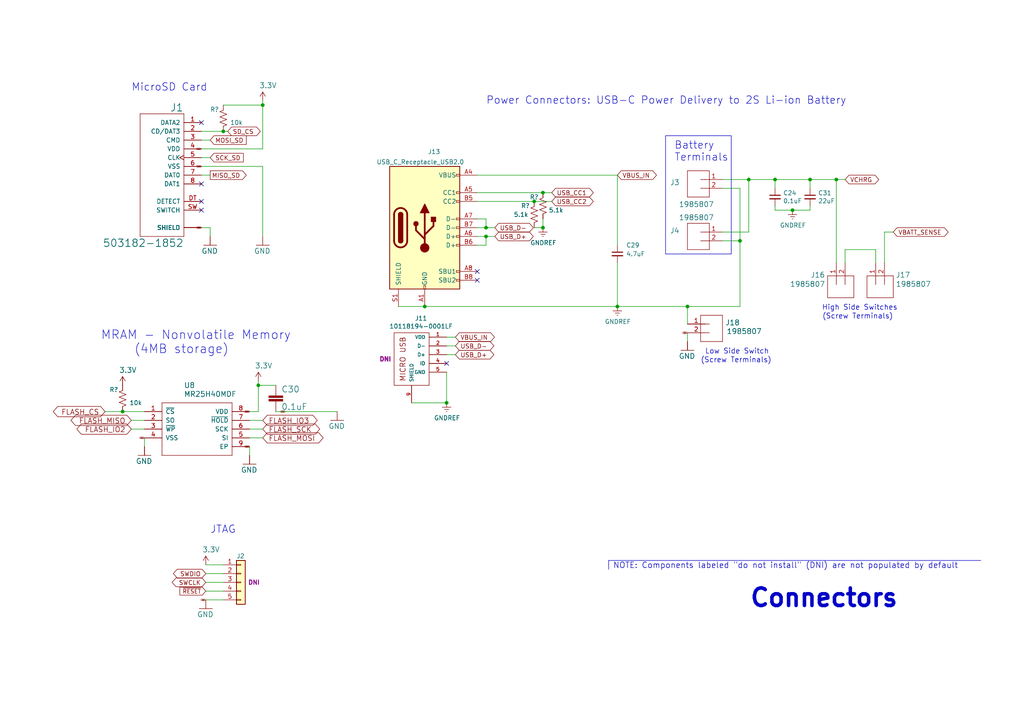
<source format=kicad_sch>
(kicad_sch (version 20230121) (generator eeschema)
  (paper "A4")
  (title_block (title "PyCubed Mainboard") (date "2021-06-09") (rev "v05c") (company "Max Holliday"))
  (lib_symbols
    (symbol "Connector:USB_C_Receptacle_USB2.0" (pin_names (offset 1.016))
      (property "Reference" "J" (at -10.16 19.05 0))
      (property "Value" "USB_C_Receptacle_USB2.0" (at 19.05 19.05 0))
      (symbol "USB_C_Receptacle_USB2.0_0_0"
        (rectangle (start -0.254 -17.78) (end 0.254 -16.764))
        (rectangle (start 10.16 -14.986) (end 9.144 -15.494))
        (rectangle (start 10.16 -12.446) (end 9.144 -12.954))
        (rectangle (start 10.16 -4.826) (end 9.144 -5.334))
        (rectangle (start 10.16 -2.286) (end 9.144 -2.794))
        (rectangle (start 10.16 0.254) (end 9.144 -0.254))
        (rectangle (start 10.16 2.794) (end 9.144 2.286))
        (rectangle (start 10.16 7.874) (end 9.144 7.366))
        (rectangle (start 10.16 10.414) (end 9.144 9.906))
        (rectangle (start 10.16 15.494) (end 9.144 14.986))
      )
      (symbol "USB_C_Receptacle_USB2.0_0_1"
        (rectangle (start -10.16 17.78) (end 10.16 -17.78) (stroke (width 0.254)) (fill (type background)))
        (arc (start -8.89 -3.81) (mid -6.985 -5.7067) (end -5.08 -3.81) (stroke (width 0.508)))
        (arc (start -7.62 -3.81) (mid -6.985 -4.4423) (end -6.35 -3.81) (stroke (width 0.254)))
        (arc (start -7.62 -3.81) (mid -6.985 -4.4423) (end -6.35 -3.81) (stroke (width 0.254)) (fill (type outline)))
        (rectangle (start -7.62 -3.81) (end -6.35 3.81) (stroke (width 0.254)) (fill (type outline)))
        (arc (start -6.35 3.81) (mid -6.985 4.4423) (end -7.62 3.81) (stroke (width 0.254)))
        (arc (start -6.35 3.81) (mid -6.985 4.4423) (end -7.62 3.81) (stroke (width 0.254)) (fill (type outline)))
        (arc (start -5.08 3.81) (mid -6.985 5.7067) (end -8.89 3.81) (stroke (width 0.508)))
        (circle (center -2.54 1.143) (radius 0.635) (stroke (width 0.254)) (fill (type outline)))
        (circle (center 0 -5.842) (radius 1.27) (fill (type outline)))
        (polyline (pts (xy -8.89 -3.81) (xy -8.89 3.81)) (stroke (width 0.508)))
        (polyline (pts (xy -5.08 3.81) (xy -5.08 -3.81)) (stroke (width 0.508)))
        (polyline (pts (xy 0 -5.842) (xy 0 4.318)) (stroke (width 0.508)))
        (polyline (pts (xy 0 -3.302) (xy -2.54 -0.762) (xy -2.54 0.508)) (stroke (width 0.508)))
        (polyline (pts (xy 0 -2.032) (xy 2.54 0.508) (xy 2.54 1.778)) (stroke (width 0.508)))
        (polyline (pts (xy -1.27 4.318) (xy 0 6.858) (xy 1.27 4.318) (xy -1.27 4.318)) (stroke (width 0.254)) (fill (type outline)))
        (rectangle (start 1.905 1.778) (end 3.175 3.048) (stroke (width 0.254)) (fill (type outline)))
      )
      (symbol "USB_C_Receptacle_USB2.0_1_1"
        (pin passive line (at 0 -22.86 90) (length 5.08) (name "GND") (number "A1"))
        (pin passive line (at 0 -22.86 90) (length 5.08) hide (name "GND") (number "A12"))
        (pin passive line (at 15.24 15.24 180) (length 5.08) (name "VBUS") (number "A4"))
        (pin bidirectional line (at 15.24 10.16 180) (length 5.08) (name "CC1") (number "A5"))
        (pin bidirectional line (at 15.24 -2.54 180) (length 5.08) (name "D+") (number "A6"))
        (pin bidirectional line (at 15.24 2.54 180) (length 5.08) (name "D-") (number "A7"))
        (pin bidirectional line (at 15.24 -12.7 180) (length 5.08) (name "SBU1") (number "A8"))
        (pin passive line (at 15.24 15.24 180) (length 5.08) hide (name "VBUS") (number "A9"))
        (pin passive line (at 0 -22.86 90) (length 5.08) hide (name "GND") (number "B1"))
        (pin passive line (at 0 -22.86 90) (length 5.08) hide (name "GND") (number "B12"))
        (pin passive line (at 15.24 15.24 180) (length 5.08) hide (name "VBUS") (number "B4"))
        (pin bidirectional line (at 15.24 7.62 180) (length 5.08) (name "CC2") (number "B5"))
        (pin bidirectional line (at 15.24 -5.08 180) (length 5.08) (name "D+") (number "B6"))
        (pin bidirectional line (at 15.24 0 180) (length 5.08) (name "D-") (number "B7"))
        (pin bidirectional line (at 15.24 -15.24 180) (length 5.08) (name "SBU2") (number "B8"))
        (pin passive line (at 15.24 15.24 180) (length 5.08) hide (name "VBUS") (number "B9"))
        (pin passive line (at -7.62 -22.86 90) (length 5.08) (name "SHIELD") (number "S1"))
      )
    )
    (symbol "Connector_Generic:Conn_01x05" (pin_names (offset 1.016) hide)
      (property "Reference" "J" (at 0 7.62 0))
      (property "Value" "Conn_01x05" (at 0 -7.62 0))
      (symbol "Conn_01x05_1_1"
        (rectangle (start -1.27 -4.953) (end 0 -5.207) (stroke (width 0.1524)))
        (rectangle (start -1.27 -2.413) (end 0 -2.667) (stroke (width 0.1524)))
        (rectangle (start -1.27 0.127) (end 0 -0.127) (stroke (width 0.1524)))
        (rectangle (start -1.27 2.667) (end 0 2.413) (stroke (width 0.1524)))
        (rectangle (start -1.27 5.207) (end 0 4.953) (stroke (width 0.1524)))
        (rectangle (start -1.27 6.35) (end 1.27 -6.35) (stroke (width 0.254)) (fill (type background)))
        (pin passive line (at -5.08 5.08 0) (length 3.81) (name "Pin_1") (number "1"))
        (pin passive line (at -5.08 2.54 0) (length 3.81) (name "Pin_2") (number "2"))
        (pin passive line (at -5.08 0 0) (length 3.81) (name "Pin_3") (number "3"))
        (pin passive line (at -5.08 -2.54 0) (length 3.81) (name "Pin_4") (number "4"))
        (pin passive line (at -5.08 -5.08 0) (length 3.81) (name "Pin_5") (number "5"))
      )
    )
    (symbol "Device:C_Small" (pin_numbers hide) (pin_names (offset 0.254) hide)
      (property "Reference" "C" (at 0.254 1.778 0))
      (property "Value" "C_Small" (at 0.254 -2.032 0))
      (symbol "C_Small_0_1"
        (polyline (pts (xy -1.524 -0.508) (xy 1.524 -0.508)) (stroke (width 0.3302)))
        (polyline (pts (xy -1.524 0.508) (xy 1.524 0.508)) (stroke (width 0.3048)))
      )
      (symbol "C_Small_1_1"
        (pin passive line (at 0 2.54 270) (length 2.032) (name "~") (number "1"))
        (pin passive line (at 0 -2.54 90) (length 2.032) (name "~") (number "2"))
      )
    )
    (symbol "Device:R_US" (pin_numbers hide) (pin_names (offset 0))
      (property "Reference" "R" (at 2.54 0 90))
      (property "Value" "R_US" (at -2.54 0 90))
      (symbol "R_US_0_1"
        (polyline (pts (xy 0 -2.286) (xy 0 -2.54)))
        (polyline (pts (xy 0 2.286) (xy 0 2.54)))
        (polyline (pts (xy 0 -0.762) (xy 1.016 -1.143) (xy 0 -1.524) (xy -1.016 -1.905) (xy 0 -2.286)))
        (polyline (pts (xy 0 0.762) (xy 1.016 0.381) (xy 0 0) (xy -1.016 -0.381) (xy 0 -0.762)))
        (polyline (pts (xy 0 2.286) (xy 1.016 1.905) (xy 0 1.524) (xy -1.016 1.143) (xy 0 0.762)))
      )
      (symbol "R_US_1_1"
        (pin passive line (at 0 3.81 270) (length 1.27) (name "~") (number "1"))
        (pin passive line (at 0 -3.81 90) (length 1.27) (name "~") (number "2"))
      )
    )
    (symbol "mainboard:10118194-0001LF" (pin_names (offset 1.016))
      (property "Reference" "J" (at -1.27 10.16 0))
      (property "Value" "10118194-0001LF" (at -12.7 7.62 0))
      (symbol "10118194-0001LF_0_0"
        (text "MICRO USB" (at 0 -1.27 900) (effects (font (size 1.524 1.524))))
        (pin power_in line (at -12.7 5.08 0) (length 5.08) (name "VDD") (number "1"))
        (pin bidirectional line (at -12.7 2.54 0) (length 5.08) (name "D-") (number "2"))
        (pin bidirectional line (at -12.7 0 0) (length 5.08) (name "D+") (number "3"))
        (pin passive line (at -12.7 -2.54 0) (length 5.08) (name "ID") (number "4"))
        (pin power_in line (at -12.7 -5.08 0) (length 5.08) (name "GND") (number "5"))
      )
      (symbol "10118194-0001LF_0_1"
        (rectangle (start -7.62 6.35) (end 2.54 -8.89))
      )
      (symbol "10118194-0001LF_1_0"
        (pin power_in line (at -2.54 -13.97 90) (length 5.0038) hide (name "~") (number "8"))
        (pin power_in line (at -2.54 -13.97 90) (length 5.0038) (name "SHIELD") (number "9"))
      )
    )
    (symbol "mainboard:2.2UF-0603-10V-20%" (pin_names (offset 1.016))
      (property "Reference" "C" (at 1.524 2.921 0))
      (property "Value" "2.2UF-0603-10V-20%" (at 1.524 -2.159 0))
      (symbol "2.2UF-0603-10V-20%_1_0"
        (rectangle (start -2.032 0.508) (end 2.032 1.016) (fill (type outline)))
        (rectangle (start -2.032 1.524) (end 2.032 2.032) (fill (type outline)))
        (polyline (pts (xy 0 0) (xy 0 0.508)))
        (polyline (pts (xy 0 2.54) (xy 0 2.032)))
        (pin passive line (at 0 5.08 270) (length 2.54) (name "1") (number "1"))
        (pin passive line (at 0 -2.54 90) (length 2.54) (name "2") (number "2"))
      )
    )
    (symbol "mainboard:3.3V" (power) (pin_names (offset 1.016))
      (property "Value" "3.3V" (at -1.016 3.556 0))
      (symbol "3.3V_1_0"
        (polyline (pts (xy 0 2.54) (xy -0.762 1.27)))
        (polyline (pts (xy 0.762 1.27) (xy 0 2.54)))
        (pin power_in line (at 0 0 90) (length 2.54) (name "3.3V") (number "1"))
      )
    )
    (symbol "mainboard:503182-1852" (pin_names (offset 1.016))
      (property "Reference" "J" (at 0 18.3642 0))
      (property "Value" "503182-1852" (at 0 -20.9042 0))
      (symbol "503182-1852_1_0"
        (polyline (pts (xy 0 -17.78) (xy 12.7 -17.78)))
        (polyline (pts (xy 0 17.78) (xy 0 -17.78)))
        (polyline (pts (xy 12.7 -17.78) (xy 12.7 17.78)))
        (polyline (pts (xy 12.7 17.78) (xy 0 17.78)))
        (pin bidirectional line (at -5.08 15.24 0) (length 5.08) (name "DATA2") (number "1"))
        (pin bidirectional line (at -5.08 12.7 0) (length 5.08) (name "CD/DAT3") (number "2"))
        (pin bidirectional line (at -5.08 10.16 0) (length 5.08) (name "CMD") (number "3"))
        (pin power_in line (at -5.08 7.62 0) (length 5.08) (name "VDD") (number "4"))
        (pin bidirectional clock (at -5.08 5.08 0) (length 5.08) (name "CLK") (number "5"))
        (pin power_in line (at -5.08 2.54 0) (length 5.08) (name "VSS") (number "6"))
        (pin bidirectional line (at -5.08 0 0) (length 5.08) (name "DAT0") (number "7"))
        (pin bidirectional line (at -5.08 -2.54 0) (length 5.08) (name "DAT1") (number "8"))
        (pin bidirectional line (at -5.08 -7.62 0) (length 5.08) (name "DETECT") (number "DT"))
        (pin passive line (at -5.08 -15.24 0) (length 5.08) (name "SHIELD") (number "P1"))
        (pin passive line (at -5.08 -15.24 0) (length 5.08) (name "SHIELD") (number "P2"))
        (pin passive line (at -5.08 -15.24 0) (length 5.08) (name "SHIELD") (number "P3"))
        (pin passive line (at -5.08 -15.24 0) (length 5.08) (name "SHIELD") (number "P4"))
        (pin passive line (at -5.08 -15.24 0) (length 5.08) (name "SHIELD") (number "P5"))
        (pin bidirectional line (at -5.08 -10.16 0) (length 5.08) (name "SWITCH") (number "SW"))
      )
    )
    (symbol "mainboard:GND" (power) (pin_names (offset 1.016))
      (property "Value" "GND" (at -2.54 -2.54 0))
      (symbol "GND_1_0"
        (polyline (pts (xy -1.905 0) (xy 1.905 0)))
        (pin power_in line (at 0 2.54 270) (length 2.54) (name "GND") (number "1"))
      )
    )
    (symbol "mainboard:M023.5MM_LOCK" (pin_names (offset 1.016))
      (property "Reference" "JP" (at -2.54 5.842 0))
      (property "Value" "M023.5MM_LOCK" (at -2.54 -5.08 0))
      (symbol "M023.5MM_LOCK_1_0"
        (polyline (pts (xy -2.54 5.08) (xy -2.54 -2.54)))
        (polyline (pts (xy -2.54 5.08) (xy 3.81 5.08)))
        (polyline (pts (xy 1.27 0) (xy 2.54 0)))
        (polyline (pts (xy 1.27 2.54) (xy 2.54 2.54)))
        (polyline (pts (xy 3.81 -2.54) (xy -2.54 -2.54)))
        (polyline (pts (xy 3.81 -2.54) (xy 3.81 5.08)))
        (pin passive line (at 7.62 0 180) (length 5.08) (name "1") (number "1"))
        (pin passive line (at 7.62 2.54 180) (length 5.08) (name "2") (number "2"))
      )
    )
    (symbol "mainboard:MR25H40MDF" (pin_names (offset 1.016))
      (property "Reference" "U" (at 11.43 7.62 0))
      (property "Value" "MR25H40MDF" (at 11.43 5.08 0))
      (symbol "MR25H40MDF_1_0"
        (polyline (pts (xy 5.08 2.54) (xy 5.08 -12.7)))
        (polyline (pts (xy 5.08 2.54) (xy 25.4 2.54)))
        (polyline (pts (xy 25.4 -12.7) (xy 5.08 -12.7)))
        (polyline (pts (xy 25.4 -12.7) (xy 25.4 2.54)))
        (pin bidirectional line (at 0 0 0) (length 5.08) (name "~{CS}") (number "1"))
        (pin bidirectional line (at 0 -2.54 0) (length 5.08) (name "SO") (number "2"))
        (pin bidirectional line (at 0 -5.08 0) (length 5.08) (name "~{WP}") (number "3"))
        (pin bidirectional line (at 0 -7.62 0) (length 5.08) (name "VSS") (number "4"))
        (pin bidirectional line (at 30.48 -7.62 180) (length 5.08) (name "SI") (number "5"))
        (pin bidirectional line (at 30.48 -5.08 180) (length 5.08) (name "SCK") (number "6"))
        (pin bidirectional line (at 30.48 -2.54 180) (length 5.08) (name "~{HOLD}") (number "7"))
        (pin bidirectional line (at 30.48 0 180) (length 5.08) (name "VDD") (number "8"))
        (pin bidirectional line (at 30.48 -10.16 180) (length 5.08) (name "EP") (number "9"))
      )
    )
    (symbol "power:GNDREF" (power) (pin_names (offset 0))
      (property "Value" "GNDREF" (at 0 -3.81 0))
      (symbol "GNDREF_0_1"
        (polyline (pts (xy -0.635 -1.905) (xy 0.635 -1.905)))
        (polyline (pts (xy -0.127 -2.54) (xy 0.127 -2.54)))
        (polyline (pts (xy 0 -1.27) (xy 0 0)))
        (polyline (pts (xy 1.27 -1.27) (xy -1.27 -1.27)))
      )
      (symbol "GNDREF_1_1"
        (pin power_in line (at 0 0 270) (length 0) hide (name "GNDREF") (number "1"))
      )
    )
  )
  (junction (at 140.97 68.58))
  (junction (at 157.48 55.88))
  (junction (at 35.56 119.38))
  (junction (at 179.07 88.9))
  (junction (at 64.77 38.1))
  (junction (at 140.97 66.04))
  (junction (at 74.93 111.76))
  (junction (at 224.79 52.07))
  (junction (at 154.94 58.42))
  (junction (at 76.2 30.48))
  (junction (at 129.54 116.84))
  (junction (at 199.39 88.9))
  (junction (at 242.57 52.07))
  (junction (at 234.95 52.07))
  (junction (at 157.48 66.04))
  (junction (at 123.19 88.9))
  (junction (at 217.17 52.07))
  (junction (at 214.63 69.85))
  (junction (at 229.87 60.96))
  (no_connect (at 58.42 58.42))
  (no_connect (at 58.42 60.96))
  (no_connect (at 138.43 81.28))
  (no_connect (at 58.42 35.56))
  (no_connect (at 138.43 78.74))
  (no_connect (at 58.42 53.34))
  (no_connect (at 129.54 105.41))
  (wire (pts (xy 58.42 50.8) (xy 60.96 50.8)))
  (wire (pts (xy 41.91 127) (xy 41.91 129.54)))
  (wire (pts (xy 76.2 121.92) (xy 72.39 121.92)))
  (wire (pts (xy 245.11 72.39) (xy 254 72.39)))
  (wire (pts (xy 179.07 88.9) (xy 199.39 88.9)))
  (wire (pts (xy 242.57 52.07) (xy 242.57 76.2)))
  (wire (pts (xy 154.94 66.04) (xy 157.48 66.04)))
  (wire (pts (xy 199.39 93.98) (xy 199.39 88.9)))
  (polyline (pts (xy 176.53 165.1) (xy 176.53 162.56)))
  (wire (pts (xy 72.39 129.54) (xy 72.39 132.08)))
  (wire (pts (xy 224.79 54.61) (xy 224.79 52.07)))
  (wire (pts (xy 245.11 52.07) (xy 242.57 52.07)))
  (polyline (pts (xy 193.04 39.37) (xy 212.09 39.37)))
  (polyline (pts (xy 212.09 73.66) (xy 212.09 39.37)))
  (polyline (pts (xy 176.53 162.56) (xy 284.48 162.56)))
  (wire (pts (xy 217.17 52.07) (xy 217.17 67.31)))
  (wire (pts (xy 209.55 67.31) (xy 217.17 67.31)))
  (wire (pts (xy 138.43 63.5) (xy 140.97 63.5)))
  (wire (pts (xy 214.63 54.61) (xy 214.63 69.85)))
  (wire (pts (xy 76.2 30.48) (xy 76.2 29.21)))
  (wire (pts (xy 129.54 116.84) (xy 119.38 116.84)))
  (wire (pts (xy 209.55 54.61) (xy 214.63 54.61)))
  (wire (pts (xy 214.63 88.9) (xy 214.63 69.85)))
  (wire (pts (xy 64.77 166.37) (xy 59.69 166.37)))
  (wire (pts (xy 154.94 58.42) (xy 160.02 58.42)))
  (wire (pts (xy 179.07 50.8) (xy 138.43 50.8)))
  (wire (pts (xy 256.54 76.2) (xy 256.54 67.31)))
  (wire (pts (xy 140.97 68.58) (xy 138.43 68.58)))
  (wire (pts (xy 234.95 52.07) (xy 242.57 52.07)))
  (wire (pts (xy 199.39 96.52) (xy 199.39 99.06)))
  (wire (pts (xy 157.48 55.88) (xy 160.02 55.88)))
  (wire (pts (xy 58.42 45.72) (xy 60.96 45.72)))
  (polyline (pts (xy 193.04 73.66) (xy 193.04 39.37)))
  (wire (pts (xy 80.01 119.38) (xy 97.79 119.38)))
  (wire (pts (xy 30.48 119.38) (xy 35.56 119.38)))
  (wire (pts (xy 58.42 38.1) (xy 64.77 38.1)))
  (wire (pts (xy 74.93 111.76) (xy 74.93 110.49)))
  (wire (pts (xy 64.77 38.1) (xy 66.04 38.1)))
  (wire (pts (xy 140.97 66.04) (xy 138.43 66.04)))
  (wire (pts (xy 229.87 60.96) (xy 234.95 60.96)))
  (wire (pts (xy 254 72.39) (xy 254 76.2)))
  (wire (pts (xy 224.79 60.96) (xy 224.79 59.69)))
  (wire (pts (xy 76.2 124.46) (xy 72.39 124.46)))
  (wire (pts (xy 132.08 97.79) (xy 129.54 97.79)))
  (wire (pts (xy 76.2 127) (xy 72.39 127)))
  (wire (pts (xy 179.07 76.2) (xy 179.07 88.9)))
  (wire (pts (xy 64.77 168.91) (xy 59.69 168.91)))
  (wire (pts (xy 38.1 121.92) (xy 41.91 121.92)))
  (wire (pts (xy 74.93 119.38) (xy 74.93 111.76)))
  (wire (pts (xy 138.43 55.88) (xy 157.48 55.88)))
  (wire (pts (xy 38.1 124.46) (xy 41.91 124.46)))
  (wire (pts (xy 209.55 52.07) (xy 217.17 52.07)))
  (wire (pts (xy 58.42 48.26) (xy 76.2 48.26)))
  (wire (pts (xy 58.42 43.18) (xy 76.2 43.18)))
  (wire (pts (xy 58.42 40.64) (xy 60.96 40.64)))
  (wire (pts (xy 234.95 54.61) (xy 234.95 52.07)))
  (wire (pts (xy 129.54 100.33) (xy 132.08 100.33)))
  (wire (pts (xy 58.42 66.04) (xy 60.96 66.04)))
  (wire (pts (xy 76.2 43.18) (xy 76.2 30.48)))
  (wire (pts (xy 140.97 71.12) (xy 140.97 68.58)))
  (wire (pts (xy 224.79 60.96) (xy 229.87 60.96)))
  (wire (pts (xy 123.19 88.9) (xy 179.07 88.9)))
  (wire (pts (xy 80.01 111.76) (xy 74.93 111.76)))
  (wire (pts (xy 140.97 63.5) (xy 140.97 66.04)))
  (wire (pts (xy 217.17 52.07) (xy 224.79 52.07)))
  (wire (pts (xy 60.96 66.04) (xy 60.96 68.58)))
  (wire (pts (xy 140.97 66.04) (xy 143.51 66.04)))
  (wire (pts (xy 157.48 66.04) (xy 157.48 63.5)))
  (wire (pts (xy 64.77 171.45) (xy 59.69 171.45)))
  (wire (pts (xy 59.69 173.99) (xy 64.77 173.99)))
  (wire (pts (xy 256.54 67.31) (xy 259.08 67.31)))
  (wire (pts (xy 115.57 88.9) (xy 123.19 88.9)))
  (wire (pts (xy 199.39 88.9) (xy 214.63 88.9)))
  (wire (pts (xy 245.11 76.2) (xy 245.11 72.39)))
  (wire (pts (xy 214.63 69.85) (xy 209.55 69.85)))
  (wire (pts (xy 76.2 48.26) (xy 76.2 68.58)))
  (wire (pts (xy 129.54 107.95) (xy 129.54 116.84)))
  (wire (pts (xy 129.54 102.87) (xy 132.08 102.87)))
  (polyline (pts (xy 193.04 73.66) (xy 212.09 73.66)))
  (wire (pts (xy 138.43 58.42) (xy 154.94 58.42)))
  (wire (pts (xy 224.79 52.07) (xy 234.95 52.07)))
  (wire (pts (xy 64.77 30.48) (xy 76.2 30.48)))
  (wire (pts (xy 140.97 68.58) (xy 143.51 68.58)))
  (wire (pts (xy 35.56 119.38) (xy 41.91 119.38)))
  (wire (pts (xy 179.07 50.8) (xy 179.07 71.12)))
  (wire (pts (xy 234.95 60.96) (xy 234.95 59.69)))
  (wire (pts (xy 138.43 71.12) (xy 140.97 71.12)))
  (wire (pts (xy 72.39 119.38) (xy 74.93 119.38)))
  (wire (pts (xy 59.69 163.83) (xy 64.77 163.83)))
  (text "JTAG" (at 60.96 154.94 0) (effects (font (size 2.159 2.159)) (justify left bottom)))
  (text "(Screw Terminals)" (at 259.08 92.71 0) (effects (font (size 1.4986 1.4986)) (justify right bottom)))
  (text "Connectors" (at 217.17 176.53 0) (effects (font (size 5.08 5.08) (thickness 1.016) bold) (justify left bottom)))
  (text "MRAM - Nonvolatile Memory\n     (4MB storage)" (at 29.21 102.87 0) (effects (font (size 2.54 2.54)) (justify left bottom)))
  (text "MicroSD Card" (at 38.1 26.67 0) (effects (font (size 2.159 2.159)) (justify left bottom)))
  (text "NOTE: Components labeled \"do not install\" (DNI) are not populated by default" (at 177.8 165.1 0) (effects (font (size 1.651 1.651)) (justify left bottom)))
  (text "Battery\nTerminals" (at 195.58 46.99 0) (effects (font (size 2.159 2.159)) (justify left bottom)))
  (text "Power Connectors: USB-C Power Delivery to 2S Li-ion Battery" (at 140.97 30.48 0) (effects (font (size 2.159 2.159)) (justify left bottom)))
  (text "High Side Switches" (at 260.35 90.17 0) (effects (font (size 1.4986 1.4986)) (justify right bottom)))
  (text "(Screw Terminals)" (at 203.2 105.41 0) (effects (font (size 1.4986 1.4986)) (justify left bottom)))
  (text "Low Side Switch" (at 204.47 102.87 0) (effects (font (size 1.4986 1.4986)) (justify left bottom)))
  (global_label "USB_D-" (shape bidirectional) (at 143.51 66.04 0) (property "Intersheetrefs" "${INTERSHEET_REFS}" (effects hide)))
  (global_label "GND" (shape bidirectional) (at 59.69 173.99 180) (effects (font (size 0.254 0.254))) (property "Intersheetrefs" "${INTERSHEET_REFS}" (effects hide)))
  (global_label "FLASH_MISO" (shape bidirectional) (at 38.1 121.92 180) (effects (font (size 1.4986 1.4986))) (property "Intersheetrefs" "${INTERSHEET_REFS}" (effects hide)))
  (global_label "GND" (shape bidirectional) (at 81.28 119.38 0) (effects (font (size 0.254 0.254))) (property "Intersheetrefs" "${INTERSHEET_REFS}" (effects hide)))
  (global_label "VBUS_IN" (shape bidirectional) (at 179.07 50.8 0) (property "Intersheetrefs" "${INTERSHEET_REFS}" (effects hide)))
  (global_label "3.3V" (shape bidirectional) (at 58.42 43.18 180) (effects (font (size 0.254 0.254))) (property "Intersheetrefs" "${INTERSHEET_REFS}" (effects hide)))
  (global_label "USB_D+" (shape bidirectional) (at 143.51 68.58 0) (property "Intersheetrefs" "${INTERSHEET_REFS}" (effects hide)))
  (global_label "GND" (shape bidirectional) (at 199.39 96.52 180) (effects (font (size 0.254 0.254))) (property "Intersheetrefs" "${INTERSHEET_REFS}" (effects hide)))
  (global_label "USB_D-" (shape bidirectional) (at 132.08 100.33 0) (property "Intersheetrefs" "${INTERSHEET_REFS}" (effects hide)))
  (global_label "VBUS_IN" (shape bidirectional) (at 132.08 97.79 0) (property "Intersheetrefs" "${INTERSHEET_REFS}" (effects hide)))
  (global_label "FLASH_SCK" (shape bidirectional) (at 76.2 124.46 0) (effects (font (size 1.4986 1.4986))) (property "Intersheetrefs" "${INTERSHEET_REFS}" (effects hide)))
  (global_label "FLASH_CS" (shape bidirectional) (at 30.48 119.38 180) (effects (font (size 1.4986 1.4986))) (property "Intersheetrefs" "${INTERSHEET_REFS}" (effects hide)))
  (global_label "SD_CS" (shape bidirectional) (at 66.04 38.1 0) (property "Intersheetrefs" "${INTERSHEET_REFS}" (effects hide)))
  (global_label "FLASH_MOSI" (shape bidirectional) (at 76.2 127 0) (effects (font (size 1.4986 1.4986))) (property "Intersheetrefs" "${INTERSHEET_REFS}" (effects hide)))
  (global_label "FLASH_IO2" (shape bidirectional) (at 38.1 124.46 180) (effects (font (size 1.4986 1.4986))) (property "Intersheetrefs" "${INTERSHEET_REFS}" (effects hide)))
  (global_label "GND" (shape bidirectional) (at 72.39 129.54 180) (effects (font (size 0.254 0.254))) (property "Intersheetrefs" "${INTERSHEET_REFS}" (effects hide)))
  (global_label "USB_CC2" (shape bidirectional) (at 160.02 58.42 0) (property "Intersheetrefs" "${INTERSHEET_REFS}" (effects hide)))
  (global_label "GND" (shape bidirectional) (at 58.42 66.04 180) (effects (font (size 0.254 0.254))) (property "Intersheetrefs" "${INTERSHEET_REFS}" (effects hide)))
  (global_label "FLASH_IO3" (shape bidirectional) (at 76.2 121.92 0) (effects (font (size 1.4986 1.4986))) (property "Intersheetrefs" "${INTERSHEET_REFS}" (effects hide)))
  (global_label "VBATT_SENSE" (shape bidirectional) (at 259.08 67.31 0) (property "Intersheetrefs" "${INTERSHEET_REFS}" (effects hide)))
  (global_label "~{RESET}" (shape input) (at 59.69 171.45 180) (effects (font (size 1.1684 1.1684))) (property "Intersheetrefs" "${INTERSHEET_REFS}" (effects hide)))
  (global_label "USB_CC1" (shape bidirectional) (at 160.02 55.88 0) (property "Intersheetrefs" "${INTERSHEET_REFS}" (effects hide)))
  (global_label "3.3V" (shape bidirectional) (at 72.39 119.38 180) (effects (font (size 0.254 0.254))) (property "Intersheetrefs" "${INTERSHEET_REFS}" (effects hide)))
  (global_label "VCHRG" (shape bidirectional) (at 245.11 52.07 0) (property "Intersheetrefs" "${INTERSHEET_REFS}" (effects hide)))
  (global_label "SWCLK" (shape bidirectional) (at 59.69 168.91 180) (property "Intersheetrefs" "${INTERSHEET_REFS}" (effects hide)))
  (global_label "SCK_SD" (shape input) (at 60.96 45.72 0) (property "Intersheetrefs" "${INTERSHEET_REFS}" (effects hide)))
  (global_label "SWDIO" (shape bidirectional) (at 59.69 166.37 180) (property "Intersheetrefs" "${INTERSHEET_REFS}" (effects hide)))
  (global_label "MISO_SD" (shape output) (at 60.96 50.8 0) (property "Intersheetrefs" "${INTERSHEET_REFS}" (effects hide)))
  (global_label "GND" (shape bidirectional) (at 41.91 127 180) (effects (font (size 0.254 0.254))) (property "Intersheetrefs" "${INTERSHEET_REFS}" (effects hide)))
  (global_label "USB_D+" (shape bidirectional) (at 132.08 102.87 0) (property "Intersheetrefs" "${INTERSHEET_REFS}" (effects hide)))
  (global_label "GND" (shape bidirectional) (at 58.42 48.26 180) (effects (font (size 0.254 0.254))) (property "Intersheetrefs" "${INTERSHEET_REFS}" (effects hide)))
  (global_label "MOSI_SD" (shape input) (at 60.96 40.64 0) (property "Intersheetrefs" "${INTERSHEET_REFS}" (effects hide)))
  (symbol (lib_id "mainboard:GND") (at 41.91 132.08 0) (unit 1)
    (property "Reference" "#GND022" (effects hide))
    (property "Value" "GND" (at 39.37 134.62 0) (effects (font (size 1.4986 1.4986)) (justify left bottom)))
    (instances (project "mainboard" (path "" (reference "#GND022") (unit 1)) (path "" (reference "#GND?") (unit 1))))
  )
  (symbol (lib_id "mainboard:M023.5MM_LOCK") (at 201.93 52.07 0) (mirror x) (unit 1)
    (property "Reference" "J3" (at 194.31 52.07 0) (effects (font (size 1.4986 1.4986)) (justify left bottom)))
    (property "Value" "1985807" (at 196.85 58.42 0) (effects (font (size 1.4986 1.4986)) (justify left bottom)))
    (property "Footprint" "mainboard:SCREWTERMINAL-3.5MM-2_LOCK" (effects hide))
    (property "Datasheet" "https://www.mouser.com/datasheet/2/324/4/1985807-1458929.pdf" (effects hide))
    (property "Description" "2-pin Screw Terminal - Side Entry" (effects hide))
    (property "Flight" "1985807" (effects hide))
    (property "Manufacturer_Name" "Phoenix Contact" (effects hide))
    (property "Manufacturer_Part_Number" "1985807" (effects hide))
    (property "Proto" "1985807" (effects hide))
    (instances (project "mainboard" (path "" (reference "J3") (unit 1)) (path "" (reference "JP?") (unit 1))))
  )
  (symbol (lib_id "mainboard:503182-1852") (at 53.34 50.8 0) (mirror y) (unit 1)
    (property "Reference" "J1" (at 53.34 32.4358 0) (effects (font (size 2.159 2.159)) (justify left bottom)))
    (property "Value" "503182-1852" (at 53.34 71.7296 0) (effects (font (size 2.159 2.159)) (justify left bottom)))
    (property "Footprint" "mainboard:MOLEX_503182-1852" (effects hide))
    (property "Datasheet" "https://www.molex.com/pdm_docs/sd/5031821852_sd.pdf" (effects hide))
    (property "Description" "Molex microSD Card Socket" (effects hide))
    (property "Flight" "5031821852" (effects hide))
    (property "Manufacturer_Name" "Molex" (effects hide))
    (property "Manufacturer_Part_Number" "5031821852" (effects hide))
    (property "Proto" "5031821852" (effects hide))
    (instances (project "mainboard" (path "" (reference "J1") (unit 1)) (path "" (reference "J?") (unit 1))))
  )
  (symbol (lib_id "mainboard:MR25H40MDF") (at 41.91 119.38 0) (unit 1)
    (property "Reference" "U8" (at 53.34 111.76 0) (effects (font (size 1.4986 1.4986)) (justify left)))
    (property "Value" "MR25H40MDF" (at 53.34 114.3 0) (effects (font (size 1.4986 1.4986)) (justify left)))
    (property "Footprint" "mainboard:SON127P600X500X90-9N" (effects hide))
    (property "Datasheet" "https://www.winbond.com/resource-files/w25q80dv%20dl_revh_10022015.pdf" (effects hide))
    (property "Description" "Non-Volatile Memory" (effects hide))
    (property "Flight" "MR25H40MDF" (effects hide))
    (property "Manufacturer_Name" "Everspin Technologies Inc." (effects hide))
    (property "Manufacturer_Part_Number" "W25Q80DVSNIG" (effects hide))
    (property "Proto" "W25Q80DVSNIG" (effects hide))
    (instances (project "mainboard" (path "" (reference "U8") (unit 1)) (path "" (reference "U?") (unit 1))))
  )
  (symbol (lib_id "mainboard:M023.5MM_LOCK") (at 201.93 67.31 0) (mirror x) (unit 1)
    (property "Reference" "J4" (at 194.31 66.04 0) (effects (font (size 1.4986 1.4986)) (justify left bottom)))
    (property "Value" "1985807" (at 196.85 62.23 0) (effects (font (size 1.4986 1.4986)) (justify left bottom)))
    (property "Footprint" "mainboard:SCREWTERMINAL-3.5MM-2_LOCK" (effects hide))
    (property "Datasheet" "https://www.mouser.com/datasheet/2/324/4/1985807-1458929.pdf" (effects hide))
    (property "Description" "2-pin Screw Terminal - Side Entry" (effects hide))
    (property "Flight" "1985807" (effects hide))
    (property "Manufacturer_Name" "Phoenix Contact" (effects hide))
    (property "Manufacturer_Part_Number" "1985807" (effects hide))
    (property "Proto" "1985807" (effects hide))
    (instances (project "mainboard" (path "" (reference "J4") (unit 1)) (path "" (reference "JP?") (unit 1))))
  )
  (symbol (lib_id "mainboard:2.2UF-0603-10V-20%") (at 80.01 116.84 0) (unit 1)
    (property "Reference" "C30" (at 81.534 113.919 0) (effects (font (size 1.778 1.778)) (justify left bottom)))
    (property "Value" "0.1uF" (at 81.534 118.999 0) (effects (font (size 1.778 1.778)) (justify left bottom)))
    (property "Footprint" "Capacitor_SMD:C_0603_1608Metric" (effects hide))
    (property "Description" "0.1uF +-10% 50V X7R 0603" (effects hide))
    (instances (project "mainboard" (path "" (reference "C30") (unit 1)) (path "" (reference "C?") (unit 1))))
  )
  (symbol (lib_id "mainboard:GND") (at 97.79 121.92 0) (unit 1)
    (property "Reference" "#GND065" (effects hide))
    (property "Value" "GND" (at 95.25 124.46 0) (effects (font (size 1.4986 1.4986)) (justify left bottom)))
    (instances (project "mainboard" (path "" (reference "#GND065") (unit 1)) (path "" (reference "#GND?") (unit 1))))
  )
  (symbol (lib_id "mainboard:GND") (at 59.69 176.53 0) (unit 1)
    (property "Reference" "#GND023" (effects hide))
    (property "Value" "GND" (at 57.15 179.07 0) (effects (font (size 1.4986 1.4986)) (justify left bottom)))
    (instances (project "mainboard" (path "" (reference "#GND023") (unit 1)) (path "" (reference "#GND?") (unit 1))))
  )
  (symbol (lib_id "Connector_Generic:Conn_01x05") (at 69.85 168.91 0) (unit 1)
    (property "Reference" "J2" (at 68.58 161.29 0) (effects (justify left)))
    (property "Value" "Conn_01x05" (effects hide))
    (property "Footprint" "Connector_PinHeader_2.54mm:PinHeader_1x05_P2.54mm_Vertical" (effects hide))
    (property "DNI" "DNI" (at 73.66 168.91 0) (effects (font bold)))
    (property "Description" "Vertical Header - 0.1in (2.54mm)" (effects hide))
  )
  (symbol (lib_id "mainboard:3.3V") (at 59.69 163.83 0) (unit 1)
    (property "Reference" "#SUPPLY0102" (effects hide))
    (property "Value" "3.3V" (at 58.674 160.274 0) (effects (font (size 1.4986 1.4986)) (justify left bottom)))
    (instances (project "mainboard" (path "" (reference "#SUPPLY0102") (unit 1)) (path "" (reference "#SUPPLY?") (unit 1))))
  )
  (symbol (lib_id "Connector:USB_C_Receptacle_USB2.0") (at 123.19 66.04 0) (unit 1)
    (property "Reference" "J13" (at 125.9078 44.0182 0))
    (property "Value" "USB_C_Receptacle_USB2.0" (at 121.92 46.99 0))
    (property "Footprint" "Connector_USB:USB_C_Receptacle_GCT_USB4105-xx-A_16P_TopMnt_Horizontal" (effects hide))
    (property "Datasheet" "https://www.usb.org/sites/default/files/documents/usb_type-c.zip" (effects hide))
    (property "Description" "USB Type-C Connector - Single sided" (effects hide))
    (property "Flight" "U262-161N-4BVC11" (effects hide))
    (property "Manufacturer_Name" "XKB Connectivity" (effects hide))
    (property "Manufacturer_Part_Number" "U262-161N-4BVC11" (effects hide))
    (property "Proto" "U262-161N-4BVC11" (effects hide))
  )
  (symbol (lib_id "Device:C_Small") (at 224.79 57.15 0) (unit 1)
    (property "Reference" "C24" (at 227.1268 55.9816 0) (effects (justify left)))
    (property "Value" "0.1uF" (at 227.1268 58.293 0) (effects (justify left)))
    (property "Footprint" "Capacitor_SMD:C_0603_1608Metric" (effects hide))
    (property "Description" "0.1uF +-10% 50V X7R 0603" (effects hide))
    (instances (project "mainboard" (path "" (reference "C24") (unit 1)) (path "" (reference "C?") (unit 1))))
  )
  (symbol (lib_id "Device:C_Small") (at 234.95 57.15 0) (unit 1)
    (property "Reference" "C31" (at 237.2868 55.9816 0) (effects (justify left)))
    (property "Value" "22uF" (at 237.2868 58.293 0) (effects (justify left)))
    (property "Footprint" "Capacitor_SMD:C_0603_1608Metric" (effects hide))
    (property "Description" "22uF +-20% 10V X5R" (effects hide))
    (instances (project "mainboard" (path "" (reference "C31") (unit 1)) (path "" (reference "C?") (unit 1))))
  )
  (symbol (lib_id "Device:R_US") (at 64.77 34.29 0) (mirror x) (unit 1)
    (property "Reference" "R?" (at 62.23 31.75 0))
    (property "Value" "10k" (at 68.58 35.56 0))
    (property "Footprint" "Resistor_SMD:R_0603_1608Metric" (effects hide))
    (property "Description" "10k 0603" (effects hide))
    (instances (project "mainboard" (path "" (reference "R?") (unit 1)) (path "" (reference "R?") (unit 1)) (path "" (reference "R51") (unit 1))))
  )
  (symbol (lib_id "mainboard:M023.5MM_LOCK") (at 254 83.82 270) (mirror x) (unit 1)
    (property "Reference" "J17" (at 259.7912 79.7306 90) (effects (font (size 1.4986 1.4986)) (justify left)))
    (property "Value" "1985807" (at 259.7912 82.3976 90) (effects (font (size 1.4986 1.4986)) (justify left)))
    (property "Footprint" "mainboard:SCREWTERMINAL-3.5MM-2_LOCK" (effects hide))
    (property "Datasheet" "https://www.mouser.com/datasheet/2/324/4/1985807-1458929.pdf" (effects hide))
    (property "Description" "2-pin Screw Terminal - Side Entry" (effects hide))
    (property "Flight" "1985807" (effects hide))
    (property "Manufacturer_Name" "Phoenix Contact" (effects hide))
    (property "Manufacturer_Part_Number" "1985807" (effects hide))
    (property "Proto" "1985807" (effects hide))
    (instances (project "mainboard" (path "" (reference "J17") (unit 1)) (path "" (reference "JP?") (unit 1))))
  )
  (symbol (lib_id "Device:R_US") (at 35.56 115.57 0) (mirror x) (unit 1)
    (property "Reference" "R?" (at 33.02 113.03 0))
    (property "Value" "10k" (at 39.37 116.84 0))
    (property "Footprint" "Resistor_SMD:R_0603_1608Metric" (effects hide))
    (property "Description" "10k 0603" (effects hide))
    (instances (project "mainboard" (path "" (reference "R?") (unit 1)) (path "" (reference "R?") (unit 1)) (path "" (reference "R50") (unit 1))))
  )
  (symbol (lib_id "mainboard:3.3V") (at 35.56 111.76 0) (unit 1)
    (property "Reference" "#SUPPLY0116" (effects hide))
    (property "Value" "3.3V" (at 34.544 108.204 0) (effects (font (size 1.4986 1.4986)) (justify left bottom)))
    (instances (project "mainboard" (path "" (reference "#SUPPLY0116") (unit 1)) (path "" (reference "#SUPPLY?") (unit 1))))
  )
  (symbol (lib_id "Device:R_US") (at 157.48 59.69 0) (mirror x) (unit 1)
    (property "Reference" "R?" (at 154.94 57.15 0))
    (property "Value" "5.1k" (at 161.29 60.96 0))
    (property "Footprint" "Resistor_SMD:R_0603_1608Metric" (effects hide))
    (property "Description" "5.1k 0603" (effects hide))
    (instances (project "mainboard" (path "" (reference "R?") (unit 1)) (path "" (reference "R?") (unit 1)) (path "" (reference "R40") (unit 1))))
  )
  (symbol (lib_id "Device:R_US") (at 154.94 62.23 0) (mirror x) (unit 1)
    (property "Reference" "R?" (at 152.4 59.69 0))
    (property "Value" "5.1k" (at 151.13 62.23 0))
    (property "Footprint" "Resistor_SMD:R_0603_1608Metric" (effects hide))
    (property "Description" "5.1k 0603" (effects hide))
    (instances (project "mainboard" (path "" (reference "R?") (unit 1)) (path "" (reference "R?") (unit 1)) (path "" (reference "R39") (unit 1))))
  )
  (symbol (lib_id "power:GNDREF") (at 157.48 66.04 0) (unit 1)
    (property "Reference" "#PWR0107" (effects hide))
    (property "Value" "GNDREF" (at 157.607 70.4342 0))
    (instances (project "mainboard" (path "" (reference "#PWR0107") (unit 1)) (path "" (reference "#PWR?") (unit 1))))
  )
  (symbol (lib_id "mainboard:10118194-0001LF") (at 116.84 102.87 0) (mirror y) (unit 1)
    (property "Reference" "J11" (at 122.1232 92.329 0))
    (property "Value" "10118194-0001LF" (at 122.1232 94.6404 0))
    (property "Footprint" "mainboard:AMPHENOL_10118194-0001LF" (effects hide))
    (property "DNI" "DNI" (at 111.76 104.14 0) (effects (font bold)))
    (property "Description" "Micro USB (OPTIONAL) Amphenol PN: 10118194-0001LF" (effects hide))
    (property "Manufacturer_Name" "Amphenol" (effects hide))
  )
  (symbol (lib_id "power:GNDREF") (at 129.54 116.84 0) (unit 1)
    (property "Reference" "#PWR0108" (effects hide))
    (property "Value" "GNDREF" (at 129.667 121.2342 0))
    (instances (project "mainboard" (path "" (reference "#PWR0108") (unit 1)) (path "" (reference "#PWR?") (unit 1))))
  )
  (symbol (lib_id "Device:C_Small") (at 179.07 73.66 0) (unit 1)
    (property "Reference" "C29" (at 181.61 71.12 0) (effects (justify left)))
    (property "Value" "4.7uF" (at 181.61 73.66 0) (effects (justify left)))
    (property "Footprint" "Capacitor_SMD:C_0603_1608Metric" (effects hide))
    (property "Description" "4.7uF +-20% 10V X5R" (effects hide))
    (instances (project "mainboard" (path "" (reference "C29") (unit 1)) (path "" (reference "C?") (unit 1))))
  )
  (symbol (lib_id "power:GNDREF") (at 179.07 88.9 0) (unit 1)
    (property "Reference" "#PWR0101" (effects hide))
    (property "Value" "GNDREF" (at 179.197 93.2942 0))
    (instances (project "mainboard" (path "" (reference "#PWR0101") (unit 1)) (path "" (reference "#PWR?") (unit 1))))
  )
  (symbol (lib_id "power:GNDREF") (at 229.87 60.96 0) (unit 1)
    (property "Reference" "#PWR0109" (effects hide))
    (property "Value" "GNDREF" (at 229.997 65.3542 0))
    (instances (project "mainboard" (path "" (reference "#PWR0109") (unit 1)) (path "" (reference "#PWR?") (unit 1))))
  )
  (symbol (lib_id "mainboard:GND") (at 72.39 134.62 0) (unit 1)
    (property "Reference" "#GND025" (effects hide))
    (property "Value" "GND" (at 69.85 137.16 0) (effects (font (size 1.4986 1.4986)) (justify left bottom)))
    (instances (project "mainboard" (path "" (reference "#GND025") (unit 1)) (path "" (reference "#GND?") (unit 1))))
  )
  (symbol (lib_id "mainboard:M023.5MM_LOCK") (at 242.57 83.82 270) (mirror x) (unit 1)
    (property "Reference" "J16" (at 239.3442 79.7306 90) (effects (font (size 1.4986 1.4986)) (justify right)))
    (property "Value" "1985807" (at 239.3442 82.3976 90) (effects (font (size 1.4986 1.4986)) (justify right)))
    (property "Footprint" "mainboard:SCREWTERMINAL-3.5MM-2_LOCK" (effects hide))
    (property "Datasheet" "https://www.mouser.com/datasheet/2/324/4/1985807-1458929.pdf" (effects hide))
    (property "Description" "2-pin Screw Terminal - Side Entry" (effects hide))
    (property "Flight" "1985807" (effects hide))
    (property "Manufacturer_Name" "Phoenix Contact" (effects hide))
    (property "Manufacturer_Part_Number" "1985807" (effects hide))
    (property "Proto" "1985807" (effects hide))
    (instances (project "mainboard" (path "" (reference "J16") (unit 1)) (path "" (reference "JP?") (unit 1))))
  )
  (symbol (lib_id "mainboard:3.3V") (at 74.93 110.49 0) (unit 1)
    (property "Reference" "#SUPPLY08" (effects hide))
    (property "Value" "3.3V" (at 73.914 106.934 0) (effects (font (size 1.4986 1.4986)) (justify left bottom)))
    (instances (project "mainboard" (path "" (reference "#SUPPLY08") (unit 1)) (path "" (reference "#SUPPLY?") (unit 1))))
  )
  (symbol (lib_id "mainboard:GND") (at 199.39 101.6 0) (unit 1)
    (property "Reference" "#GND029" (effects hide))
    (property "Value" "GND" (at 196.85 104.14 0) (effects (font (size 1.4986 1.4986)) (justify left bottom)))
    (instances (project "mainboard" (path "" (reference "#GND029") (unit 1)) (path "" (reference "#GND?") (unit 1))))
  )
  (symbol (lib_id "mainboard:GND") (at 76.2 71.12 0) (unit 1)
    (property "Reference" "#GND026" (effects hide))
    (property "Value" "GND" (at 73.66 73.66 0) (effects (font (size 1.4986 1.4986)) (justify left bottom)))
    (instances (project "mainboard" (path "" (reference "#GND026") (unit 1)) (path "" (reference "#GND?") (unit 1))))
  )
  (symbol (lib_id "mainboard:GND") (at 60.96 71.12 0) (unit 1)
    (property "Reference" "#GND024" (effects hide))
    (property "Value" "GND" (at 58.42 73.66 0) (effects (font (size 1.4986 1.4986)) (justify left bottom)))
    (instances (project "mainboard" (path "" (reference "#GND024") (unit 1)) (path "" (reference "#GND?") (unit 1))))
  )
  (symbol (lib_id "mainboard:3.3V") (at 76.2 29.21 0) (unit 1)
    (property "Reference" "#SUPPLY07" (effects hide))
    (property "Value" "3.3V" (at 75.184 25.654 0) (effects (font (size 1.4986 1.4986)) (justify left bottom)))
    (instances (project "mainboard" (path "" (reference "#SUPPLY07") (unit 1)) (path "" (reference "#SUPPLY?") (unit 1))))
  )
  (symbol (lib_id "mainboard:M023.5MM_LOCK") (at 207.01 93.98 180) (unit 1)
    (property "Reference" "J18" (at 214.63 92.71 0) (effects (font (size 1.4986 1.4986)) (justify left bottom)))
    (property "Value" "1985807" (at 220.98 95.25 0) (effects (font (size 1.4986 1.4986)) (justify left bottom)))
    (property "Footprint" "mainboard:SCREWTERMINAL-3.5MM-2_LOCK" (effects hide))
    (property "Datasheet" "https://www.mouser.com/datasheet/2/324/4/1985807-1458929.pdf" (effects hide))
    (property "Description" "2-pin Screw Terminal - Side Entry" (effects hide))
    (property "Flight" "1985807" (effects hide))
    (property "Manufacturer_Name" "Phoenix Contact" (effects hide))
    (property "Manufacturer_Part_Number" "1985807" (effects hide))
    (property "Proto" "1985807" (effects hide))
    (instances (project "mainboard" (path "" (reference "J18") (unit 1)) (path "" (reference "JP?") (unit 1))))
  )
)
</source>
